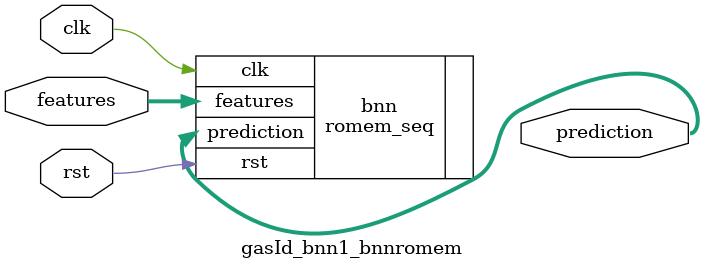
<source format=v>













module gasId_bnn1_bnnromem #(

parameter FEAT_CNT = 128,
parameter HIDDEN_CNT = 40,
parameter FEAT_BITS = 4,
parameter CLASS_CNT = 6,
parameter TEST_CNT = 1000


  ) (
  input clk,
  input rst,
  input [FEAT_CNT*FEAT_BITS-1:0] features,
  output [$clog2(CLASS_CNT)-1:0] prediction
  );

  localparam Weights0 = 5120'b01111111110011111101000001110011011111101111111111000000001000000110100000111101000110100111101000001110100011101110001000010100010110010011101011011101010111111011100011001000000111111110010001011100101111000100111110101100001100111011010111000000010000100001111111011111001110001011000001101110111111111011111111111111000111000101001111110010000010101010101011011000001111111001110100111000001100111101011110011011101010011010011100101111100010100100001011100010000100111101001011011010101000000111000100010001011001100010000100000000110000010000010000010110111111011111110100000000110000111111000011110011100101101100001101011111101001011001100010011100010111111001101011110100111110000110101011000010100111100101111010011111011011001001101010010100110000000110000010010010000000001010000101000011001100110110001101000000100110111010011010000000111100000011001010100001111010100101111111111110001000010100010101100101010000011100000110000001111100000111000110100001000000110000000111110011010001011100110100011111101001101101101001101101110110001101110100101111110001001111111111111101001100111111101100001010110110101111000010111001100111110101111110100000101000011100011100000111010000100100010001100000001000000110001000000110000101011010010111101111101011111001000001100010011000001110000000011111010111010010000001100001101111110101111100011111001100111110111101001100001100011011000110011101110111110110000100100001000000010110001011000010001000011100000011110100011000011000000000010011111000111000011110010101110110111001001010011111110111110000100001011000100110110000111100011111101111110111111100111110001000101010101011111011110010101111111111011111100111000111110000111100100111001101100000100000001011111111111111010100110010101110110001101110000110001011010010001100110111110110000101100000111010100010101001110001000000001010111011001111110111100100001001010110000101100110100001010000101011110011111100111110000111111111001000011000110110001101111011111011100000010111100000011010011010001100101100101010101111111010000000111110000111011010111110011101100110000010100101101001101111111101110111011111110100011100110111001111100100001000000101110011100011011011010010000101000110101010101010111111000001101011111010111011100000010111101001101010110111100100001011110101011110011001001000100000001001100010011001101111000101101000010001000010001000101010100110001011111101111011011100001111011001100000100011000001001110100101101001011110001111100111111011101010111000100000000000111110111111101100100101001001100111101000111100100000101100101100101011011111011100000001110011001011011110111110010001000000000011100110100100111011011110000111111110100111101100010010001000000011000001100110001011001100000111101110011011000000111000100001001111001011111101111101010000101110110101100010100011011100110001010000000001101111111011111101000001000000101010101110001000010111001000011000011111110101001101010100010101001000000000011100000011000001000000100010001110011101110101000010000001000000001000010110001011000110110101001010111011001111111110100111010000000001111000001100010101000000111001010010010110100111011111111001010010100111100000100011011101110000001000000101111111011111110101000010010001001101000011011000010100100000101111111101111111100011010101110000110001011101100100011110000111111101101011010010000000000100101011001100111101100000111000001100101111001110101000101010001001000100010101111011000000010000101011000010100110100111010101111100000000000010000101010010111111100010001000101111101111001100111100110100010000101011101001100100110000100000101000010011000101000011111000101001111110000001100001000010001010011010110001011101010010110111100011110000011011100000110001000001011101100111101000001110000001010111110101110110000100111111110000010010000101110000101100100100111010001110011111010000010101011111011111010001110111011111010011110101110110010111001100000111110110101100101010000001111101001111000111110011001100010011110100000010101101000011100000111010111111001111000000000010000001111101110010011101000011110010010011101101111110010000110000001000001111100110001000011100000110001101001101111010000010100000110000110100011100110110011100111100110110000111010111111001110011111100011011010001100011011100110000100000110101111111111111011001001001011101010010101010100000010010101000101010001101001111011000011010010110000111001000010100111100100111000100000011010011100011010001000011000101110111011101010111011101010111011000010001100101011011111111010001110100011000111000001011111111111111000111100011001011111100010011010011000011110100110111110011111110000110001111111111110100010111011001110101111110100001111100001011001010011011110110111001110100111111101011110110001110000000110010110110110110100000111000001010011000001111001000011000010111000101000011111110001011100000000011110001111101010111110000011011100011111000010111111001111100001110011110110000000001000000010011010111101110011010101010000111111111111111000000000010011011010101101000001111111110011011111000010110000111011111000111110000011001101011000011111001111001010001111000000101111100111011 ;
  localparam Weights1 = 240'b001101100010110011101111111110000101100100111011101110001100100011010110111110010011010000101000111011101111100011011101110101110110000001111111010010111010101110110110000010000111110101011111100011100111010010101100110110001100101001011011 ;

  romem_seq #(.FEAT_CNT(FEAT_CNT),.FEAT_BITS(FEAT_BITS),.HIDDEN_CNT(HIDDEN_CNT),.CLASS_CNT(CLASS_CNT),.Weights0(Weights0),.Weights1(Weights1)) bnn (
    .clk(clk),
    .rst(rst),
    .features(features),
    .prediction(prediction)
  );

endmodule

</source>
